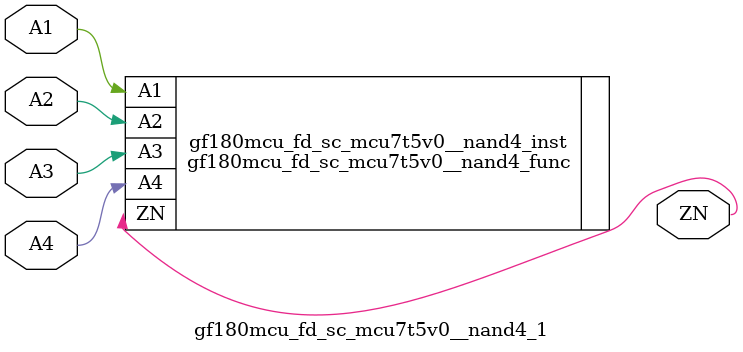
<source format=v>

`ifndef GF180MCU_FD_SC_MCU7T5V0__NAND4_1_V
`define GF180MCU_FD_SC_MCU7T5V0__NAND4_1_V

`include "gf180mcu_fd_sc_mcu7t5v0__nand4.v"

`ifdef USE_POWER_PINS
module gf180mcu_fd_sc_mcu7t5v0__nand4_1( A4, ZN, A3, A2, A1, VDD, VSS );
inout VDD, VSS;
`else // If not USE_POWER_PINS
module gf180mcu_fd_sc_mcu7t5v0__nand4_1( A4, ZN, A3, A2, A1 );
`endif // If not USE_POWER_PINS
input A1, A2, A3, A4;
output ZN;

`ifdef USE_POWER_PINS
  gf180mcu_fd_sc_mcu7t5v0__nand4_func gf180mcu_fd_sc_mcu7t5v0__nand4_inst(.A4(A4),.ZN(ZN),.A3(A3),.A2(A2),.A1(A1),.VDD(VDD),.VSS(VSS));
`else // If not USE_POWER_PINS
  gf180mcu_fd_sc_mcu7t5v0__nand4_func gf180mcu_fd_sc_mcu7t5v0__nand4_inst(.A4(A4),.ZN(ZN),.A3(A3),.A2(A2),.A1(A1));
`endif // If not USE_POWER_PINS

`ifndef FUNCTIONAL
	// spec_gates_begin


	// spec_gates_end



   specify

	// specify_block_begin

	// comb arc A1 --> ZN
	 (A1 => ZN) = (1.0,1.0);

	// comb arc A2 --> ZN
	 (A2 => ZN) = (1.0,1.0);

	// comb arc A3 --> ZN
	 (A3 => ZN) = (1.0,1.0);

	// comb arc A4 --> ZN
	 (A4 => ZN) = (1.0,1.0);

	// specify_block_end

   endspecify

   `endif

endmodule
`endif // GF180MCU_FD_SC_MCU7T5V0__NAND4_1_V

</source>
